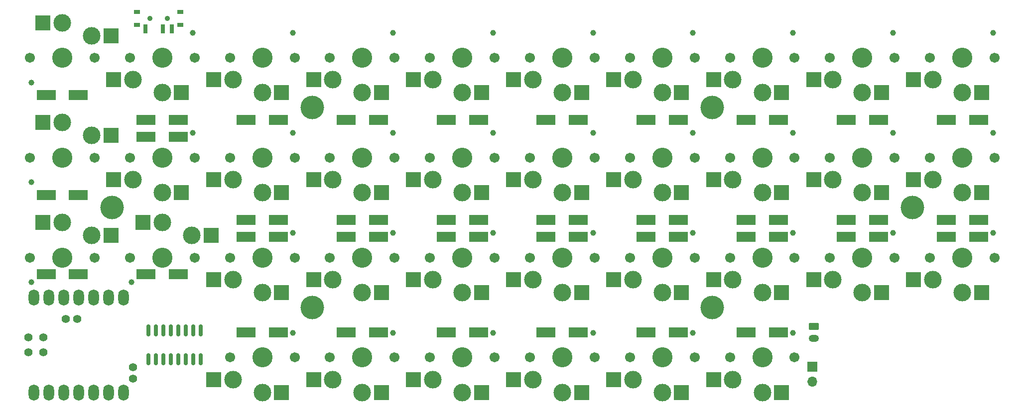
<source format=gbr>
%TF.GenerationSoftware,KiCad,Pcbnew,(6.0.4-0)*%
%TF.CreationDate,2023-01-08T13:58:21-06:00*%
%TF.ProjectId,bancouver40_cfx,62616e63-6f75-4766-9572-34305f636678,rev?*%
%TF.SameCoordinates,Original*%
%TF.FileFunction,Soldermask,Bot*%
%TF.FilePolarity,Negative*%
%FSLAX46Y46*%
G04 Gerber Fmt 4.6, Leading zero omitted, Abs format (unit mm)*
G04 Created by KiCad (PCBNEW (6.0.4-0)) date 2023-01-08 13:58:21*
%MOMM*%
%LPD*%
G01*
G04 APERTURE LIST*
G04 Aperture macros list*
%AMRoundRect*
0 Rectangle with rounded corners*
0 $1 Rounding radius*
0 $2 $3 $4 $5 $6 $7 $8 $9 X,Y pos of 4 corners*
0 Add a 4 corners polygon primitive as box body*
4,1,4,$2,$3,$4,$5,$6,$7,$8,$9,$2,$3,0*
0 Add four circle primitives for the rounded corners*
1,1,$1+$1,$2,$3*
1,1,$1+$1,$4,$5*
1,1,$1+$1,$6,$7*
1,1,$1+$1,$8,$9*
0 Add four rect primitives between the rounded corners*
20,1,$1+$1,$2,$3,$4,$5,0*
20,1,$1+$1,$4,$5,$6,$7,0*
20,1,$1+$1,$6,$7,$8,$9,0*
20,1,$1+$1,$8,$9,$2,$3,0*%
G04 Aperture macros list end*
%ADD10C,3.429000*%
%ADD11C,1.701800*%
%ADD12C,3.000000*%
%ADD13C,0.990600*%
%ADD14R,2.600000X2.600000*%
%ADD15C,4.000000*%
%ADD16R,3.300000X1.700000*%
%ADD17RoundRect,0.150000X-0.150000X0.825000X-0.150000X-0.825000X0.150000X-0.825000X0.150000X0.825000X0*%
%ADD18R,1.700000X1.700000*%
%ADD19O,1.700000X1.700000*%
%ADD20O,1.800000X2.750000*%
%ADD21C,1.397000*%
%ADD22C,0.900000*%
%ADD23R,1.000000X0.800000*%
%ADD24R,0.700000X1.500000*%
%ADD25RoundRect,0.250000X-0.625000X0.350000X-0.625000X-0.350000X0.625000X-0.350000X0.625000X0.350000X0*%
%ADD26O,1.750000X1.200000*%
G04 APERTURE END LIST*
D10*
%TO.C,SW25*%
X150874929Y-57374973D03*
D11*
X156374929Y-57374973D03*
D12*
X150874929Y-63324973D03*
D11*
X145374929Y-57374973D03*
D12*
X145874929Y-61124973D03*
D13*
X156094929Y-53174973D03*
D14*
X154149929Y-63324973D03*
X142599929Y-61124973D03*
%TD*%
D11*
%TO.C,SW17*%
X190374913Y-40374981D03*
D12*
X184874913Y-46324981D03*
D11*
X179374913Y-40374981D03*
D12*
X179874913Y-44124981D03*
D10*
X184874913Y-40374981D03*
D13*
X190094913Y-36174981D03*
D14*
X188149913Y-46324981D03*
X176599913Y-44124981D03*
%TD*%
D12*
%TO.C,SW23*%
X116874945Y-63324973D03*
D10*
X116874945Y-57374973D03*
D11*
X111374945Y-57374973D03*
D12*
X111874945Y-61124973D03*
D11*
X122374945Y-57374973D03*
D13*
X122094945Y-53174973D03*
D14*
X120149945Y-63324973D03*
X108599945Y-61124973D03*
%TD*%
D11*
%TO.C,SW26*%
X173374921Y-57374973D03*
D12*
X167874921Y-63324973D03*
X162874921Y-61124973D03*
D13*
X173094921Y-53174973D03*
D10*
X167874921Y-57374973D03*
D11*
X162374921Y-57374973D03*
D14*
X171149921Y-63324973D03*
X159599921Y-61124973D03*
%TD*%
D10*
%TO.C,SW13*%
X116874945Y-40374981D03*
D11*
X111374945Y-40374981D03*
D13*
X122094945Y-36174981D03*
D12*
X111874945Y-44124981D03*
D11*
X122374945Y-40374981D03*
D12*
X116874945Y-46324981D03*
D14*
X120149945Y-46324981D03*
X108599945Y-44124981D03*
%TD*%
D15*
%TO.C,H4*%
X227374893Y-48874977D03*
%TD*%
D12*
%TO.C,SW20*%
X230874889Y-44124981D03*
D11*
X241374889Y-40374981D03*
X230374889Y-40374981D03*
D12*
X235874889Y-46324981D03*
D10*
X235874889Y-40374981D03*
D13*
X241094889Y-36174981D03*
D14*
X239149889Y-46324981D03*
X227599889Y-44124981D03*
%TD*%
D11*
%TO.C,SW16*%
X162374921Y-40374981D03*
X173374921Y-40374981D03*
D13*
X173094921Y-36174981D03*
D12*
X162874921Y-44124981D03*
X167874921Y-46324981D03*
D10*
X167874921Y-40374981D03*
D14*
X171149921Y-46324981D03*
X159599921Y-44124981D03*
%TD*%
D12*
%TO.C,SW4*%
X128874937Y-27124989D03*
X133874937Y-29324989D03*
D10*
X133874937Y-23374989D03*
D13*
X139094937Y-19174989D03*
D11*
X128374937Y-23374989D03*
X139374937Y-23374989D03*
D14*
X137149937Y-29324989D03*
X125599937Y-27124989D03*
%TD*%
D10*
%TO.C,SW1*%
X82874961Y-23374989D03*
D12*
X82874961Y-17424989D03*
X87874961Y-19624989D03*
D11*
X77374961Y-23374989D03*
X88374961Y-23374989D03*
D13*
X77654961Y-27574989D03*
D14*
X79599961Y-17424989D03*
X91149961Y-19624989D03*
%TD*%
D12*
%TO.C,SW29*%
X218874897Y-63324973D03*
D10*
X218874897Y-57374973D03*
D11*
X224374897Y-57374973D03*
D13*
X224094897Y-53174973D03*
D11*
X213374897Y-57374973D03*
D12*
X213874897Y-61124973D03*
D14*
X222149897Y-63324973D03*
X210599897Y-61124973D03*
%TD*%
D12*
%TO.C,SW15*%
X150874929Y-46324981D03*
D11*
X156374929Y-40374981D03*
D13*
X156094929Y-36174981D03*
D11*
X145374929Y-40374981D03*
D12*
X145874929Y-44124981D03*
D10*
X150874929Y-40374981D03*
D14*
X154149929Y-46324981D03*
X142599929Y-44124981D03*
%TD*%
D11*
%TO.C,SW34*%
X139374937Y-74374965D03*
D13*
X139094937Y-70174965D03*
D10*
X133874937Y-74374965D03*
D11*
X128374937Y-74374965D03*
D12*
X133874937Y-80324965D03*
X128874937Y-78124965D03*
D14*
X137149937Y-80324965D03*
X125599937Y-78124965D03*
%TD*%
D10*
%TO.C,SW6*%
X167874921Y-23374989D03*
D12*
X167874921Y-29324989D03*
D11*
X173374921Y-23374989D03*
D12*
X162874921Y-27124989D03*
D13*
X173094921Y-19174989D03*
D11*
X162374921Y-23374989D03*
D14*
X171149921Y-29324989D03*
X159599921Y-27124989D03*
%TD*%
D13*
%TO.C,SW10*%
X241094889Y-19174989D03*
D12*
X230874889Y-27124989D03*
D10*
X235874889Y-23374989D03*
D12*
X235874889Y-29324989D03*
D11*
X230374889Y-23374989D03*
X241374889Y-23374989D03*
D14*
X239149889Y-29324989D03*
X227599889Y-27124989D03*
%TD*%
D13*
%TO.C,SW33*%
X122094945Y-70174965D03*
D12*
X111874945Y-78124965D03*
D11*
X122374945Y-74374965D03*
D10*
X116874945Y-74374965D03*
D12*
X116874945Y-80324965D03*
D11*
X111374945Y-74374965D03*
D14*
X120149945Y-80324965D03*
X108599945Y-78124965D03*
%TD*%
D13*
%TO.C,SW27*%
X190094913Y-53174973D03*
D11*
X190374913Y-57374973D03*
D12*
X184874913Y-63324973D03*
D11*
X179374913Y-57374973D03*
D10*
X184874913Y-57374973D03*
D12*
X179874913Y-61124973D03*
D14*
X188149913Y-63324973D03*
X176599913Y-61124973D03*
%TD*%
D11*
%TO.C,SW30*%
X230374889Y-57374973D03*
X241374889Y-57374973D03*
D13*
X241094889Y-53174973D03*
D12*
X230874889Y-61124973D03*
X235874889Y-63324973D03*
D10*
X235874889Y-57374973D03*
D14*
X239149889Y-63324973D03*
X227599889Y-61124973D03*
%TD*%
D15*
%TO.C,H5*%
X125374941Y-65874969D03*
%TD*%
%TO.C,H2*%
X193374909Y-31874985D03*
%TD*%
D11*
%TO.C,SW7*%
X190374913Y-23374989D03*
D12*
X184874913Y-29324989D03*
X179874913Y-27124989D03*
D11*
X179374913Y-23374989D03*
D10*
X184874913Y-23374989D03*
D13*
X190094913Y-19174989D03*
D14*
X188149913Y-29324989D03*
X176599913Y-27124989D03*
%TD*%
D12*
%TO.C,SW19*%
X213874897Y-44124981D03*
X218874897Y-46324981D03*
D10*
X218874897Y-40374981D03*
D11*
X213374897Y-40374981D03*
X224374897Y-40374981D03*
D13*
X224094897Y-36174981D03*
D14*
X222149897Y-46324981D03*
X210599897Y-44124981D03*
%TD*%
D15*
%TO.C,H6*%
X193374909Y-65874969D03*
%TD*%
D11*
%TO.C,SW24*%
X139374937Y-57374973D03*
D13*
X139094937Y-53174973D03*
D12*
X128874937Y-61124973D03*
D10*
X133874937Y-57374973D03*
D12*
X133874937Y-63324973D03*
D11*
X128374937Y-57374973D03*
D14*
X137149937Y-63324973D03*
X125599937Y-61124973D03*
%TD*%
D12*
%TO.C,SW5*%
X150874929Y-29324989D03*
D10*
X150874929Y-23374989D03*
D13*
X156094929Y-19174989D03*
D11*
X156374929Y-23374989D03*
X145374929Y-23374989D03*
D12*
X145874929Y-27124989D03*
D14*
X154149929Y-29324989D03*
X142599929Y-27124989D03*
%TD*%
D12*
%TO.C,SW38*%
X201874905Y-80324965D03*
D13*
X207094905Y-70174965D03*
D10*
X201874905Y-74374965D03*
D11*
X196374905Y-74374965D03*
D12*
X196874905Y-78124965D03*
D11*
X207374905Y-74374965D03*
D14*
X205149905Y-80324965D03*
X193599905Y-78124965D03*
%TD*%
D11*
%TO.C,SW35*%
X145374929Y-74374965D03*
D10*
X150874929Y-74374965D03*
D11*
X156374929Y-74374965D03*
D12*
X145874929Y-78124965D03*
X150874929Y-80324965D03*
D13*
X156094929Y-70174965D03*
D14*
X154149929Y-80324965D03*
X142599929Y-78124965D03*
%TD*%
D13*
%TO.C,SW18*%
X207094905Y-36174981D03*
D11*
X196374905Y-40374981D03*
X207374905Y-40374981D03*
D12*
X201874905Y-46324981D03*
D10*
X201874905Y-40374981D03*
D12*
X196874905Y-44124981D03*
D14*
X205149905Y-46324981D03*
X193599905Y-44124981D03*
%TD*%
D12*
%TO.C,SW3*%
X116874945Y-29324989D03*
D11*
X111374945Y-23374989D03*
D12*
X111874945Y-27124989D03*
D11*
X122374945Y-23374989D03*
D13*
X122094945Y-19174989D03*
D10*
X116874945Y-23374989D03*
D14*
X120149945Y-29324989D03*
X108599945Y-27124989D03*
%TD*%
D10*
%TO.C,SW9*%
X218874897Y-23374989D03*
D11*
X224374897Y-23374989D03*
X213374897Y-23374989D03*
D12*
X218874897Y-29324989D03*
X213874897Y-27124989D03*
D13*
X224094897Y-19174989D03*
D14*
X222149897Y-29324989D03*
X210599897Y-27124989D03*
%TD*%
D13*
%TO.C,SW14*%
X139094937Y-36174981D03*
D11*
X128374937Y-40374981D03*
X139374937Y-40374981D03*
D12*
X128874937Y-44124981D03*
D10*
X133874937Y-40374981D03*
D12*
X133874937Y-46324981D03*
D14*
X137149937Y-46324981D03*
X125599937Y-44124981D03*
%TD*%
D12*
%TO.C,SW21*%
X87874961Y-53624973D03*
X82874961Y-51424973D03*
D11*
X77374961Y-57374973D03*
X88374961Y-57374973D03*
D10*
X82874961Y-57374973D03*
D13*
X77654961Y-61574973D03*
D14*
X79599961Y-51424973D03*
X91149961Y-53624973D03*
%TD*%
D12*
%TO.C,SW2*%
X94874953Y-27124989D03*
D10*
X99874953Y-23374989D03*
D13*
X105094953Y-19174989D03*
D12*
X99874953Y-29324989D03*
D11*
X94374953Y-23374989D03*
X105374953Y-23374989D03*
D14*
X103149953Y-29324989D03*
X91599953Y-27124989D03*
%TD*%
D12*
%TO.C,SW12*%
X94874953Y-44124981D03*
D13*
X105094953Y-36174981D03*
D12*
X99874953Y-46324981D03*
D10*
X99874953Y-40374981D03*
D11*
X105374953Y-40374981D03*
X94374953Y-40374981D03*
D14*
X103149953Y-46324981D03*
X91599953Y-44124981D03*
%TD*%
D12*
%TO.C,SW36*%
X162874921Y-78124965D03*
D11*
X173374921Y-74374965D03*
D12*
X167874921Y-80324965D03*
D10*
X167874921Y-74374965D03*
D13*
X173094921Y-70174965D03*
D11*
X162374921Y-74374965D03*
D14*
X171149921Y-80324965D03*
X159599921Y-78124965D03*
%TD*%
D11*
%TO.C,SW22*%
X105374953Y-57374973D03*
D12*
X99874953Y-51424973D03*
D13*
X94654953Y-61574973D03*
D11*
X94374953Y-57374973D03*
D10*
X99874953Y-57374973D03*
D12*
X104874953Y-53624973D03*
D14*
X96599953Y-51424973D03*
X108149953Y-53624973D03*
%TD*%
D11*
%TO.C,SW28*%
X196374905Y-57374973D03*
X207374905Y-57374973D03*
D12*
X201874905Y-63324973D03*
D13*
X207094905Y-53174973D03*
D12*
X196874905Y-61124973D03*
D10*
X201874905Y-57374973D03*
D14*
X205149905Y-63324973D03*
X193599905Y-61124973D03*
%TD*%
D15*
%TO.C,H3*%
X91374957Y-48874977D03*
%TD*%
D11*
%TO.C,SW37*%
X179374913Y-74374965D03*
D10*
X184874913Y-74374965D03*
D12*
X179874913Y-78124965D03*
X184874913Y-80324965D03*
D11*
X190374913Y-74374965D03*
D13*
X190094913Y-70174965D03*
D14*
X188149913Y-80324965D03*
X176599913Y-78124965D03*
%TD*%
D11*
%TO.C,SW11*%
X88374961Y-40374981D03*
X77374961Y-40374981D03*
D12*
X87874961Y-36624981D03*
D13*
X77654961Y-44574981D03*
D12*
X82874961Y-34424981D03*
D10*
X82874961Y-40374981D03*
D14*
X79599961Y-34424981D03*
X91149961Y-36624981D03*
%TD*%
D15*
%TO.C,H1*%
X125374941Y-31874985D03*
%TD*%
D10*
%TO.C,SW8*%
X201874905Y-23374989D03*
D12*
X201874905Y-29324989D03*
D13*
X207094905Y-19174989D03*
D12*
X196874905Y-27124989D03*
D11*
X196374905Y-23374989D03*
X207374905Y-23374989D03*
D14*
X205149905Y-29324989D03*
X193599905Y-27124989D03*
%TD*%
D16*
%TO.C,D35*%
X148124929Y-70124967D03*
X153624929Y-70124967D03*
%TD*%
%TO.C,D30*%
X233124889Y-53833308D03*
X238624889Y-53833308D03*
%TD*%
%TO.C,D34*%
X131124937Y-70124967D03*
X136624937Y-70124967D03*
%TD*%
%TO.C,D11*%
X80124961Y-46749978D03*
X85624961Y-46749978D03*
%TD*%
%TO.C,D8*%
X199124905Y-33999984D03*
X204624905Y-33999984D03*
%TD*%
%TO.C,D22*%
X97124953Y-60208305D03*
X102624953Y-60208305D03*
%TD*%
%TO.C,D24*%
X131124937Y-53833308D03*
X136624937Y-53833308D03*
%TD*%
%TO.C,D27*%
X182124913Y-53833308D03*
X187624913Y-53833308D03*
%TD*%
%TO.C,D4*%
X131124937Y-33999984D03*
X136624937Y-33999984D03*
%TD*%
D17*
%TO.C,U2*%
X97554952Y-69774966D03*
X98824952Y-69774966D03*
X100094952Y-69774966D03*
X101364952Y-69774966D03*
X102634952Y-69774966D03*
X103904952Y-69774966D03*
X105174952Y-69774966D03*
X106444952Y-69774966D03*
X106444952Y-74724966D03*
X105174952Y-74724966D03*
X103904952Y-74724966D03*
X102634952Y-74724966D03*
X101364952Y-74724966D03*
X100094952Y-74724966D03*
X98824952Y-74724966D03*
X97554952Y-74724966D03*
%TD*%
D18*
%TO.C,J2*%
X210374901Y-75933297D03*
D19*
X210374901Y-78473297D03*
%TD*%
D16*
%TO.C,D29*%
X216124897Y-53833308D03*
X221624897Y-53833308D03*
%TD*%
%TO.C,D28*%
X199124905Y-53833308D03*
X204624905Y-53833308D03*
%TD*%
%TO.C,D33*%
X114124945Y-70124967D03*
X119624945Y-70124967D03*
%TD*%
%TO.C,D15*%
X148124929Y-50999976D03*
X153624929Y-50999976D03*
%TD*%
D20*
%TO.C,U1*%
X78088293Y-64155006D03*
X80628293Y-64155006D03*
X83168293Y-64155006D03*
X85708293Y-64155006D03*
X88248293Y-64155006D03*
X90788293Y-64155006D03*
X93328293Y-64155006D03*
X93328293Y-80344926D03*
X90788293Y-80344926D03*
X88248293Y-80344926D03*
X85708293Y-80344926D03*
X83168293Y-80344926D03*
X80628293Y-80344926D03*
X78088293Y-80344926D03*
D21*
X77136293Y-70979966D03*
X77136293Y-73519966D03*
X79676293Y-70979966D03*
X79676293Y-73519966D03*
X85391293Y-67804966D03*
X83486293Y-67804966D03*
X94916293Y-76059966D03*
X94916293Y-77964966D03*
%TD*%
D16*
%TO.C,D9*%
X216124897Y-33999984D03*
X221624897Y-33999984D03*
%TD*%
%TO.C,D21*%
X80124961Y-60208305D03*
X85624961Y-60208305D03*
%TD*%
%TO.C,D19*%
X216124897Y-50999976D03*
X221624897Y-50999976D03*
%TD*%
D22*
%TO.C,SW41*%
X97749954Y-16669992D03*
X100749954Y-16669992D03*
D23*
X102899954Y-15569992D03*
X95599954Y-15569992D03*
X102899954Y-17779992D03*
X95599954Y-17779992D03*
D24*
X96999954Y-18429992D03*
X99999954Y-18429992D03*
X101499954Y-18429992D03*
%TD*%
D16*
%TO.C,D10*%
X233124889Y-33999984D03*
X238624889Y-33999984D03*
%TD*%
%TO.C,D14*%
X131124937Y-50999976D03*
X136624937Y-50999976D03*
%TD*%
%TO.C,D6*%
X165124921Y-33999984D03*
X170624921Y-33999984D03*
%TD*%
%TO.C,D18*%
X199124905Y-50999976D03*
X204624905Y-50999976D03*
%TD*%
%TO.C,D16*%
X165124921Y-50999976D03*
X170624921Y-50999976D03*
%TD*%
%TO.C,D13*%
X114124945Y-50999976D03*
X119624945Y-50999976D03*
%TD*%
%TO.C,D25*%
X148124929Y-53833308D03*
X153624929Y-53833308D03*
%TD*%
%TO.C,D26*%
X165124921Y-53833308D03*
X170624921Y-53833308D03*
%TD*%
%TO.C,D1*%
X80124961Y-29749986D03*
X85624961Y-29749986D03*
%TD*%
%TO.C,D3*%
X114124945Y-33999984D03*
X119624945Y-33999984D03*
%TD*%
%TO.C,D7*%
X182124913Y-33999984D03*
X187624913Y-33999984D03*
%TD*%
%TO.C,D23*%
X114124945Y-53833308D03*
X119624945Y-53833308D03*
%TD*%
%TO.C,D17*%
X182124913Y-50999976D03*
X187624913Y-50999976D03*
%TD*%
D25*
%TO.C,J1*%
X210600000Y-69124967D03*
D26*
X210600000Y-71124967D03*
%TD*%
D16*
%TO.C,D12*%
X97124953Y-36833316D03*
X102624953Y-36833316D03*
%TD*%
%TO.C,D5*%
X148124929Y-33999984D03*
X153624929Y-33999984D03*
%TD*%
%TO.C,D37*%
X182124913Y-70124967D03*
X187624913Y-70124967D03*
%TD*%
%TO.C,D36*%
X165124921Y-70124967D03*
X170624921Y-70124967D03*
%TD*%
%TO.C,D20*%
X233124889Y-50999976D03*
X238624889Y-50999976D03*
%TD*%
%TO.C,D38*%
X199124905Y-70124967D03*
X204624905Y-70124967D03*
%TD*%
%TO.C,D2*%
X97124953Y-33999984D03*
X102624953Y-33999984D03*
%TD*%
M02*

</source>
